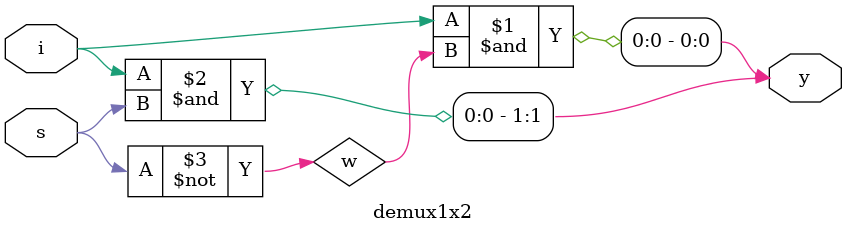
<source format=v>
module demux1x2(i,s,y);
  
  input i;
  input s;
  output [1:0] y;

  wire w;
  
  not g1(w,s);
  and g2(y[0],i,w);
  and g3(y[1],i,s);
  
endmodule
</source>
